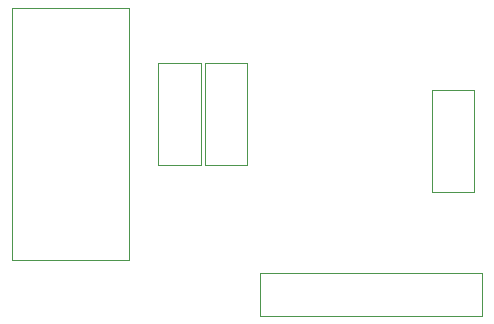
<source format=gbr>
%TF.GenerationSoftware,KiCad,Pcbnew,8.0.2*%
%TF.CreationDate,2025-07-17T16:33:10+07:00*%
%TF.ProjectId,PicoLink,5069636f-4c69-46e6-9b2e-6b696361645f,rev?*%
%TF.SameCoordinates,Original*%
%TF.FileFunction,Other,User*%
%FSLAX46Y46*%
G04 Gerber Fmt 4.6, Leading zero omitted, Abs format (unit mm)*
G04 Created by KiCad (PCBNEW 8.0.2) date 2025-07-17 16:33:10*
%MOMM*%
%LPD*%
G01*
G04 APERTURE LIST*
%ADD10C,0.050000*%
G04 APERTURE END LIST*
D10*
%TO.C,J8*%
X146630000Y-105800000D02*
X146630000Y-109400000D01*
X146630000Y-109400000D02*
X165480000Y-109400000D01*
X165480000Y-105800000D02*
X146630000Y-105800000D01*
X165480000Y-109400000D02*
X165480000Y-105800000D01*
%TO.C,J4*%
X138050000Y-87975000D02*
X138050000Y-96625000D01*
X138050000Y-96625000D02*
X141650000Y-96625000D01*
X141650000Y-87975000D02*
X138050000Y-87975000D01*
X141650000Y-96625000D02*
X141650000Y-87975000D01*
%TO.C,J3*%
X125680000Y-83320000D02*
X125680000Y-104680000D01*
X125680000Y-104680000D02*
X135580000Y-104680000D01*
X135580000Y-83320000D02*
X125680000Y-83320000D01*
X135580000Y-104680000D02*
X135580000Y-83320000D01*
%TO.C,J7*%
X142000000Y-87960000D02*
X142000000Y-96610000D01*
X142000000Y-96610000D02*
X145600000Y-96610000D01*
X145600000Y-87960000D02*
X142000000Y-87960000D01*
X145600000Y-96610000D02*
X145600000Y-87960000D01*
%TO.C,J9*%
X161200000Y-98940002D02*
X164800000Y-98940004D01*
X161200001Y-90290003D02*
X161200000Y-98940002D01*
X164800000Y-98940004D02*
X164800001Y-90290003D01*
X164800001Y-90290003D02*
X161200001Y-90290003D01*
%TD*%
M02*

</source>
